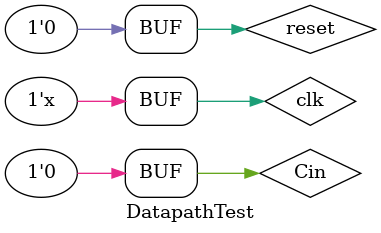
<source format=v>
`timescale 1ns / 1ps

module DatapathTest; 
	
	reg Cin = 0;
	reg clk = 0;
	reg reset = 1;
	wire [4:0] flags;
	wire [15:0] alu_bus;	
	
	Datapath dp(Cin, clk, reset, flags, alu_bus);
	
	initial
	begin
		#5;
		reset = 1;
		#10
		reset = 0;
	end
	
	always
	begin
		clk = !clk;		
		#5;
	end

endmodule 
</source>
